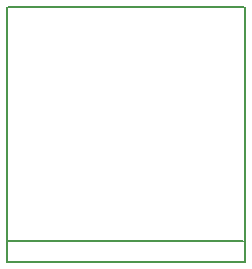
<source format=gbr>
G04 #@! TF.FileFunction,Profile,NP*
%FSLAX46Y46*%
G04 Gerber Fmt 4.6, Leading zero omitted, Abs format (unit mm)*
G04 Created by KiCad (PCBNEW 4.0.7-e1-6374~58~ubuntu16.04.1) date Tue Aug 22 20:20:45 2017*
%MOMM*%
%LPD*%
G01*
G04 APERTURE LIST*
%ADD10C,0.100000*%
%ADD11C,0.127000*%
G04 APERTURE END LIST*
D10*
D11*
X157988000Y-78994000D02*
X137988000Y-78994000D01*
X158000700Y-100596700D02*
X138000700Y-100596700D01*
X157922000Y-98806000D02*
X137922000Y-98806000D01*
X158089600Y-100584000D02*
X158089600Y-78994000D01*
X137922000Y-100584000D02*
X137922000Y-78994000D01*
M02*

</source>
